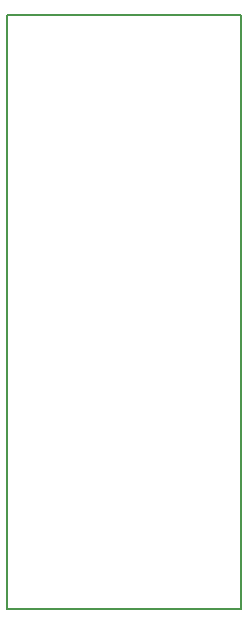
<source format=gbr>
G04 #@! TF.GenerationSoftware,KiCad,Pcbnew,(6.0.0-rc1-dev-205-gc0615c5ef)*
G04 #@! TF.CreationDate,2019-09-04T07:50:23+02:00*
G04 #@! TF.ProjectId,TPS65133_2,54505336353133335F322E6B69636164,v01*
G04 #@! TF.SameCoordinates,Original*
G04 #@! TF.FileFunction,Profile,NP*
%FSLAX46Y46*%
G04 Gerber Fmt 4.6, Leading zero omitted, Abs format (unit mm)*
G04 Created by KiCad (PCBNEW (6.0.0-rc1-dev-205-gc0615c5ef)) date 09/04/19 07:50:23*
%MOMM*%
%LPD*%
G01*
G04 APERTURE LIST*
%ADD10C,0.150000*%
G04 APERTURE END LIST*
D10*
X106934000Y-98806000D02*
X106934000Y-108966000D01*
X126746000Y-98806000D02*
X126746000Y-108966000D01*
X106934000Y-98806000D02*
X106934000Y-58674000D01*
X126746000Y-108966000D02*
X106934000Y-108966000D01*
X126746000Y-58674000D02*
X126746000Y-98806000D01*
X106934000Y-58674000D02*
X126746000Y-58674000D01*
M02*

</source>
